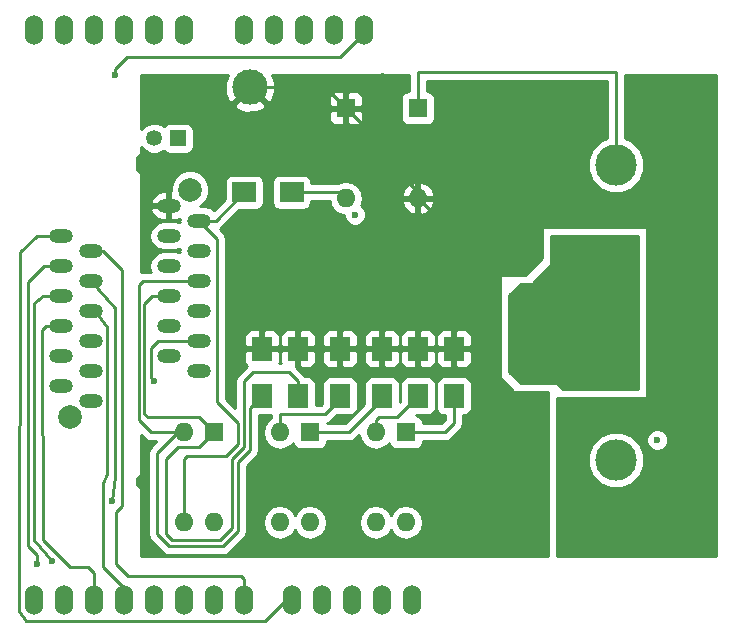
<source format=gbr>
G04 #@! TF.FileFunction,Copper,L2,Bot,Signal*
%FSLAX46Y46*%
G04 Gerber Fmt 4.6, Leading zero omitted, Abs format (unit mm)*
G04 Created by KiCad (PCBNEW 4.0.5) date 01/19/17 13:34:59*
%MOMM*%
%LPD*%
G01*
G04 APERTURE LIST*
%ADD10C,0.100000*%
%ADD11O,2.000000X1.200000*%
%ADD12C,2.000000*%
%ADD13O,1.524000X2.540000*%
%ADD14R,1.350000X1.350000*%
%ADD15C,1.350000*%
%ADD16C,3.000000*%
%ADD17R,1.600000X1.600000*%
%ADD18O,1.600000X1.600000*%
%ADD19R,2.000000X1.700000*%
%ADD20R,1.700000X2.000000*%
%ADD21C,3.500000*%
%ADD22C,0.600000*%
%ADD23C,0.250000*%
%ADD24C,0.254000*%
G04 APERTURE END LIST*
D10*
D11*
X159258000Y-97663000D03*
X161798000Y-98933000D03*
X159258000Y-100203000D03*
X161798000Y-101473000D03*
X159258000Y-102743000D03*
X161798000Y-104013000D03*
X159258000Y-105283000D03*
X161798000Y-106553000D03*
X159258000Y-107823000D03*
X161798000Y-109093000D03*
X159258000Y-110363000D03*
X161798000Y-111633000D03*
D12*
X161028000Y-96298000D03*
D13*
X147828000Y-82804000D03*
X150368000Y-82804000D03*
X152908000Y-82804000D03*
X160528000Y-82804000D03*
X157988000Y-82804000D03*
X155448000Y-82804000D03*
X165608000Y-82804000D03*
X168148000Y-82804000D03*
X170688000Y-82804000D03*
X175768000Y-82804000D03*
X147828000Y-131064000D03*
X150368000Y-131064000D03*
X152908000Y-131064000D03*
X155448000Y-131064000D03*
X157988000Y-131064000D03*
X160528000Y-131064000D03*
X163068000Y-131064000D03*
X165608000Y-131064000D03*
X169672000Y-131064000D03*
X172212000Y-131064000D03*
X174752000Y-131064000D03*
X177292000Y-131064000D03*
X179832000Y-131064000D03*
X173228000Y-82804000D03*
D14*
X160020000Y-91948000D03*
D15*
X158020000Y-91948000D03*
D16*
X166116000Y-87630000D03*
D17*
X171196000Y-116840000D03*
D18*
X168656000Y-124460000D03*
X168656000Y-116840000D03*
X171196000Y-124460000D03*
D17*
X180340000Y-89408000D03*
D18*
X180340000Y-97028000D03*
D17*
X163068000Y-116840000D03*
D18*
X160528000Y-124460000D03*
X160528000Y-116840000D03*
X163068000Y-124460000D03*
D17*
X179324000Y-116840000D03*
D18*
X176784000Y-124460000D03*
X176784000Y-116840000D03*
X179324000Y-124460000D03*
D17*
X174244000Y-89408000D03*
D18*
X174244000Y-97028000D03*
D19*
X165640000Y-96520000D03*
X169640000Y-96520000D03*
D20*
X180340000Y-113760000D03*
X180340000Y-109760000D03*
X177292000Y-113760000D03*
X177292000Y-109760000D03*
X173736000Y-113760000D03*
X173736000Y-109760000D03*
X170180000Y-113760000D03*
X170180000Y-109760000D03*
X167132000Y-113760000D03*
X167132000Y-109760000D03*
X183388000Y-113760000D03*
X183388000Y-109760000D03*
D11*
X152654000Y-114173000D03*
X150114000Y-112903000D03*
X152654000Y-111633000D03*
X150114000Y-110363000D03*
X152654000Y-109093000D03*
X150114000Y-107823000D03*
X152654000Y-106553000D03*
X150114000Y-105283000D03*
X152654000Y-104013000D03*
X150114000Y-102743000D03*
X152654000Y-101473000D03*
X150114000Y-100203000D03*
D12*
X150884000Y-115538000D03*
D21*
X197104000Y-94180000D03*
X197104000Y-119180000D03*
D22*
X175000000Y-98400000D03*
X186436000Y-115316000D03*
X170434000Y-93980000D03*
X193548000Y-114808000D03*
X200660000Y-110744000D03*
X200660000Y-108204000D03*
X200660000Y-105156000D03*
X200660000Y-102616000D03*
X171704000Y-100838000D03*
X175260000Y-100838000D03*
X183642000Y-104902000D03*
X179832000Y-104648000D03*
X168656000Y-100330000D03*
X192532000Y-111760000D03*
X191008000Y-108712000D03*
X157988000Y-112522000D03*
X200600000Y-117500000D03*
X154686000Y-86614000D03*
X149352000Y-127762000D03*
X154432000Y-122682000D03*
X148082000Y-128016000D03*
D23*
X184944000Y-109760000D02*
X183388000Y-109760000D01*
X185928000Y-110744000D02*
X184944000Y-109760000D01*
X185928000Y-114808000D02*
X185928000Y-110744000D01*
X186436000Y-115316000D02*
X185928000Y-114808000D01*
X183388000Y-109760000D02*
X183388000Y-108204000D01*
X183388000Y-108204000D02*
X179832000Y-104648000D01*
X170434000Y-93980000D02*
X176022000Y-93980000D01*
X176022000Y-93980000D02*
X179070000Y-97028000D01*
X179070000Y-97028000D02*
X180340000Y-97028000D01*
X200152000Y-114808000D02*
X200660000Y-113284000D01*
X193548000Y-114808000D02*
X200152000Y-114808000D01*
X200660000Y-113284000D02*
X200660000Y-110744000D01*
X200660000Y-113284000D02*
X200660000Y-110744000D01*
X200660000Y-110490000D02*
X200660000Y-108204000D01*
X200660000Y-110744000D02*
X200660000Y-110490000D01*
X200660000Y-107188000D02*
X200660000Y-105156000D01*
X200660000Y-108204000D02*
X200660000Y-107188000D01*
X200660000Y-102616000D02*
X200660000Y-105156000D01*
X182626000Y-99314000D02*
X180340000Y-97028000D01*
X199644000Y-99060000D02*
X182626000Y-99314000D01*
X200660000Y-99568000D02*
X199644000Y-99060000D01*
X200660000Y-101092000D02*
X200660000Y-99568000D01*
X200660000Y-102616000D02*
X200660000Y-101092000D01*
X171196000Y-100330000D02*
X168656000Y-100330000D01*
X171704000Y-100838000D02*
X171196000Y-100330000D01*
X175260000Y-100838000D02*
X179070000Y-97028000D01*
X179070000Y-97028000D02*
X180340000Y-97028000D01*
X183642000Y-104902000D02*
X183388000Y-104648000D01*
X183388000Y-104648000D02*
X179832000Y-104648000D01*
X180340000Y-109760000D02*
X183388000Y-109760000D01*
X177292000Y-109760000D02*
X180340000Y-109760000D01*
X173736000Y-109760000D02*
X177292000Y-109760000D01*
X170180000Y-109760000D02*
X173736000Y-109760000D01*
X167132000Y-109760000D02*
X170180000Y-109760000D01*
X180340000Y-104140000D02*
X180340000Y-97028000D01*
X179832000Y-104648000D02*
X180340000Y-104140000D01*
X180340000Y-97028000D02*
X180340000Y-98552000D01*
X180340000Y-98552000D02*
X178562000Y-100330000D01*
X178562000Y-100330000D02*
X168656000Y-100330000D01*
X159258000Y-97663000D02*
X159258000Y-94742000D01*
X159258000Y-94742000D02*
X159512000Y-94488000D01*
X159512000Y-94488000D02*
X167132000Y-94488000D01*
X167132000Y-94488000D02*
X167640000Y-94996000D01*
X167640000Y-94996000D02*
X167640000Y-99314000D01*
X167640000Y-99314000D02*
X168656000Y-100330000D01*
X180340000Y-97028000D02*
X180340000Y-96520000D01*
X180340000Y-96520000D02*
X177292000Y-93472000D01*
X177292000Y-93472000D02*
X177292000Y-92456000D01*
X177292000Y-92456000D02*
X174244000Y-89408000D01*
X166116000Y-87630000D02*
X172466000Y-87630000D01*
X172466000Y-87630000D02*
X174244000Y-89408000D01*
X192532000Y-110236000D02*
X192532000Y-111760000D01*
X191008000Y-108712000D02*
X192532000Y-110236000D01*
X161798000Y-98933000D02*
X163227000Y-98933000D01*
X163227000Y-98933000D02*
X165640000Y-96520000D01*
X160528000Y-124460000D02*
X160528000Y-119126000D01*
X163322000Y-100457000D02*
X161798000Y-98933000D01*
X163322000Y-114300000D02*
X163322000Y-100457000D01*
X165100000Y-116078000D02*
X163322000Y-114300000D01*
X165100000Y-117856000D02*
X165100000Y-116078000D01*
X164084000Y-118872000D02*
X165100000Y-117856000D01*
X160782000Y-118872000D02*
X164084000Y-118872000D01*
X160528000Y-119126000D02*
X160782000Y-118872000D01*
X160528000Y-116840000D02*
X160020000Y-116840000D01*
X160020000Y-116840000D02*
X158242000Y-118618000D01*
X166116000Y-114776000D02*
X167132000Y-113760000D01*
X166116000Y-118364000D02*
X166116000Y-114776000D01*
X165100000Y-119380000D02*
X166116000Y-118364000D01*
X165100000Y-125222000D02*
X165100000Y-119380000D01*
X163830000Y-126492000D02*
X165100000Y-125222000D01*
X159258000Y-126492000D02*
X163830000Y-126492000D01*
X158242000Y-125476000D02*
X159258000Y-126492000D01*
X158242000Y-118618000D02*
X158242000Y-125476000D01*
X161798000Y-104013000D02*
X157099000Y-104013000D01*
X157734000Y-116840000D02*
X160528000Y-116840000D01*
X156718000Y-115824000D02*
X157734000Y-116840000D01*
X156718000Y-104394000D02*
X156718000Y-115824000D01*
X157099000Y-104013000D02*
X156718000Y-104394000D01*
X163068000Y-116840000D02*
X162052000Y-117856000D01*
X170180000Y-112522000D02*
X170180000Y-113760000D01*
X169418000Y-111760000D02*
X170180000Y-112522000D01*
X166370000Y-111760000D02*
X169418000Y-111760000D01*
X165608000Y-112522000D02*
X166370000Y-111760000D01*
X165608000Y-118110000D02*
X165608000Y-112522000D01*
X164592000Y-119126000D02*
X165608000Y-118110000D01*
X164592000Y-124968000D02*
X164592000Y-119126000D01*
X163576000Y-125984000D02*
X164592000Y-124968000D01*
X159512000Y-125984000D02*
X163576000Y-125984000D01*
X159004000Y-125476000D02*
X159512000Y-125984000D01*
X159004000Y-119126000D02*
X159004000Y-125476000D01*
X160020000Y-118110000D02*
X159004000Y-119126000D01*
X161798000Y-118110000D02*
X160020000Y-118110000D01*
X162052000Y-117856000D02*
X161798000Y-118110000D01*
X163068000Y-116840000D02*
X162814000Y-116840000D01*
X170180000Y-112776000D02*
X170180000Y-113760000D01*
X159258000Y-105283000D02*
X157861000Y-105283000D01*
X161798000Y-115570000D02*
X163068000Y-116840000D01*
X157480000Y-115570000D02*
X161798000Y-115570000D01*
X157168002Y-115258002D02*
X157480000Y-115570000D01*
X157168002Y-105975998D02*
X157168002Y-115258002D01*
X157861000Y-105283000D02*
X157168002Y-105975998D01*
X168656000Y-116840000D02*
X168656000Y-115316000D01*
X172466000Y-115316000D02*
X173736000Y-114046000D01*
X168656000Y-115316000D02*
X172466000Y-115316000D01*
X173736000Y-114046000D02*
X173736000Y-113760000D01*
X171196000Y-116840000D02*
X174498000Y-116840000D01*
X174498000Y-116840000D02*
X177292000Y-114046000D01*
X177292000Y-114046000D02*
X177292000Y-113760000D01*
X176784000Y-116840000D02*
X176784000Y-115824000D01*
X178530000Y-115570000D02*
X180340000Y-113760000D01*
X177038000Y-115570000D02*
X178530000Y-115570000D01*
X176784000Y-115824000D02*
X177038000Y-115570000D01*
X161798000Y-109093000D02*
X158369000Y-109093000D01*
X157734000Y-112268000D02*
X157988000Y-112522000D01*
X157734000Y-109728000D02*
X157734000Y-112268000D01*
X158369000Y-109093000D02*
X157734000Y-109728000D01*
X179324000Y-116840000D02*
X182626000Y-116840000D01*
X183388000Y-116078000D02*
X183388000Y-113760000D01*
X182626000Y-116840000D02*
X183388000Y-116078000D01*
X169640000Y-96520000D02*
X173736000Y-96520000D01*
X173736000Y-96520000D02*
X174244000Y-97028000D01*
X180340000Y-89408000D02*
X180340000Y-86360000D01*
X197104000Y-86360000D02*
X197104000Y-94180000D01*
X180340000Y-86360000D02*
X197104000Y-86360000D01*
X175768000Y-82804000D02*
X175768000Y-83058000D01*
X175768000Y-83058000D02*
X173736000Y-85090000D01*
X173736000Y-85090000D02*
X155702000Y-85090000D01*
X155702000Y-85090000D02*
X154686000Y-86106000D01*
X154686000Y-86106000D02*
X154686000Y-86614000D01*
X152908000Y-131064000D02*
X152908000Y-128778000D01*
X148844000Y-107823000D02*
X150114000Y-107823000D01*
X148529247Y-108144527D02*
X148844000Y-107823000D01*
X148590000Y-125984000D02*
X148529247Y-108144527D01*
X150876000Y-128270000D02*
X148590000Y-125984000D01*
X152400000Y-128270000D02*
X150876000Y-128270000D01*
X152908000Y-128778000D02*
X152400000Y-128270000D01*
X152654000Y-106553000D02*
X153035000Y-106553000D01*
X153035000Y-106553000D02*
X154051000Y-107950000D01*
X153670000Y-128270000D02*
X155448000Y-130048000D01*
X153670000Y-121158000D02*
X153670000Y-128270000D01*
X154051000Y-120396000D02*
X153670000Y-121158000D01*
X154051000Y-107950000D02*
X154051000Y-120396000D01*
X155448000Y-130048000D02*
X155448000Y-131064000D01*
X152527000Y-106426000D02*
X152654000Y-106553000D01*
X155448000Y-131064000D02*
X155448000Y-131572000D01*
X150114000Y-105283000D02*
X148591380Y-105268180D01*
X147828000Y-125984000D02*
X149352000Y-127762000D01*
X147828000Y-105918000D02*
X147828000Y-125984000D01*
X148591380Y-105268180D02*
X147828000Y-105918000D01*
X154686000Y-106299000D02*
X152654000Y-104013000D01*
X154686000Y-120523000D02*
X154686000Y-106299000D01*
X154432000Y-122682000D02*
X154686000Y-120523000D01*
X150114000Y-102743000D02*
X148717000Y-102743000D01*
X148082000Y-127254000D02*
X148082000Y-128016000D01*
X147320000Y-126492000D02*
X148082000Y-127254000D01*
X147320000Y-104140000D02*
X147320000Y-126492000D01*
X148717000Y-102743000D02*
X147320000Y-104140000D01*
X165608000Y-131064000D02*
X165608000Y-129286000D01*
X153670000Y-101473000D02*
X152654000Y-101473000D01*
X155321000Y-103124000D02*
X153670000Y-101473000D01*
X155321000Y-123063000D02*
X155321000Y-103124000D01*
X154813000Y-123571000D02*
X155321000Y-123063000D01*
X154813000Y-128016000D02*
X154813000Y-123571000D01*
X155829000Y-129032000D02*
X154813000Y-128016000D01*
X165354000Y-129032000D02*
X155829000Y-129032000D01*
X165608000Y-129286000D02*
X165354000Y-129032000D01*
X165608000Y-131064000D02*
X165608000Y-129794000D01*
X169672000Y-131064000D02*
X169164000Y-131064000D01*
X169164000Y-131064000D02*
X167386000Y-132842000D01*
X148082000Y-100203000D02*
X150114000Y-100203000D01*
X146685000Y-101600000D02*
X148082000Y-100203000D01*
X146558000Y-131191000D02*
X146685000Y-101600000D01*
X146558000Y-131953000D02*
X146558000Y-131191000D01*
X147193000Y-132842000D02*
X146558000Y-131953000D01*
X167386000Y-132842000D02*
X147193000Y-132842000D01*
D24*
G36*
X199009000Y-113157000D02*
X192584606Y-113157000D01*
X192113803Y-112686197D01*
X192071789Y-112658334D01*
X192024000Y-112649000D01*
X189028606Y-112649000D01*
X188087000Y-111707394D01*
X188087000Y-105208606D01*
X189028606Y-104267000D01*
X189992000Y-104267000D01*
X190041410Y-104256994D01*
X190081803Y-104229803D01*
X191605803Y-102705803D01*
X191633666Y-102663789D01*
X191643000Y-102616000D01*
X191643000Y-100203000D01*
X199009000Y-100203000D01*
X199009000Y-113157000D01*
X199009000Y-113157000D01*
G37*
X199009000Y-113157000D02*
X192584606Y-113157000D01*
X192113803Y-112686197D01*
X192071789Y-112658334D01*
X192024000Y-112649000D01*
X189028606Y-112649000D01*
X188087000Y-111707394D01*
X188087000Y-105208606D01*
X189028606Y-104267000D01*
X189992000Y-104267000D01*
X190041410Y-104256994D01*
X190081803Y-104229803D01*
X191605803Y-102705803D01*
X191633666Y-102663789D01*
X191643000Y-102616000D01*
X191643000Y-100203000D01*
X199009000Y-100203000D01*
X199009000Y-113157000D01*
G36*
X177546000Y-86562000D02*
X179580000Y-86562000D01*
X179580000Y-87960560D01*
X179540000Y-87960560D01*
X179304683Y-88004838D01*
X179088559Y-88143910D01*
X178943569Y-88356110D01*
X178892560Y-88608000D01*
X178892560Y-90208000D01*
X178936838Y-90443317D01*
X179075910Y-90659441D01*
X179288110Y-90804431D01*
X179540000Y-90855440D01*
X181140000Y-90855440D01*
X181375317Y-90811162D01*
X181591441Y-90672090D01*
X181736431Y-90459890D01*
X181787440Y-90208000D01*
X181787440Y-88608000D01*
X181743162Y-88372683D01*
X181604090Y-88156559D01*
X181391890Y-88011569D01*
X181140000Y-87960560D01*
X181100000Y-87960560D01*
X181100000Y-87120000D01*
X196344000Y-87120000D01*
X196344000Y-91913452D01*
X195754771Y-92156916D01*
X195083274Y-92827242D01*
X194719415Y-93703513D01*
X194718587Y-94652325D01*
X195080916Y-95529229D01*
X195751242Y-96200726D01*
X196627513Y-96564585D01*
X197576325Y-96565413D01*
X198453229Y-96203084D01*
X199124726Y-95532758D01*
X199488585Y-94656487D01*
X199489413Y-93707675D01*
X199127084Y-92830771D01*
X198456758Y-92159274D01*
X197864000Y-91913140D01*
X197864000Y-86562000D01*
X205538000Y-86562000D01*
X205538000Y-127306000D01*
X192151000Y-127306000D01*
X192151000Y-119652325D01*
X194718587Y-119652325D01*
X195080916Y-120529229D01*
X195751242Y-121200726D01*
X196627513Y-121564585D01*
X197576325Y-121565413D01*
X198453229Y-121203084D01*
X199124726Y-120532758D01*
X199488585Y-119656487D01*
X199489413Y-118707675D01*
X199127084Y-117830771D01*
X198981734Y-117685167D01*
X199664838Y-117685167D01*
X199806883Y-118028943D01*
X200069673Y-118292192D01*
X200413201Y-118434838D01*
X200785167Y-118435162D01*
X201128943Y-118293117D01*
X201392192Y-118030327D01*
X201534838Y-117686799D01*
X201535162Y-117314833D01*
X201393117Y-116971057D01*
X201130327Y-116707808D01*
X200786799Y-116565162D01*
X200414833Y-116564838D01*
X200071057Y-116706883D01*
X199807808Y-116969673D01*
X199665162Y-117313201D01*
X199664838Y-117685167D01*
X198981734Y-117685167D01*
X198456758Y-117159274D01*
X197580487Y-116795415D01*
X196631675Y-116794587D01*
X195754771Y-117156916D01*
X195083274Y-117827242D01*
X194719415Y-118703513D01*
X194718587Y-119652325D01*
X192151000Y-119652325D01*
X192151000Y-113919000D01*
X199644000Y-113919000D01*
X199693410Y-113908994D01*
X199735035Y-113880553D01*
X199762315Y-113838159D01*
X199771000Y-113792000D01*
X199771000Y-99568000D01*
X199760994Y-99518590D01*
X199732553Y-99476965D01*
X199690159Y-99449685D01*
X199644000Y-99441000D01*
X191008000Y-99441000D01*
X190958590Y-99451006D01*
X190916965Y-99479447D01*
X190889685Y-99521841D01*
X190881000Y-99568000D01*
X190881000Y-102055394D01*
X189431394Y-103505000D01*
X187452000Y-103505000D01*
X187402590Y-103515006D01*
X187360965Y-103543447D01*
X187333685Y-103585841D01*
X187325000Y-103632000D01*
X187325000Y-112268000D01*
X187335006Y-112317410D01*
X187362197Y-112357803D01*
X188378197Y-113373803D01*
X188420211Y-113401666D01*
X188468000Y-113411000D01*
X191389000Y-113411000D01*
X191389000Y-127306000D01*
X156920000Y-127306000D01*
X156920000Y-121920000D01*
X156865954Y-121648295D01*
X156712046Y-121417954D01*
X156591000Y-121337074D01*
X156591000Y-120724926D01*
X156712046Y-120644046D01*
X156865954Y-120413705D01*
X156920000Y-120142000D01*
X156920000Y-117100802D01*
X157196599Y-117377401D01*
X157443161Y-117542148D01*
X157734000Y-117600000D01*
X158185198Y-117600000D01*
X157704599Y-118080599D01*
X157539852Y-118327161D01*
X157482000Y-118618000D01*
X157482000Y-125476000D01*
X157539852Y-125766839D01*
X157704599Y-126013401D01*
X158720599Y-127029401D01*
X158967161Y-127194148D01*
X159258000Y-127252000D01*
X163830000Y-127252000D01*
X164120839Y-127194148D01*
X164367401Y-127029401D01*
X165637401Y-125759401D01*
X165802148Y-125512840D01*
X165860000Y-125222000D01*
X165860000Y-124431887D01*
X167221000Y-124431887D01*
X167221000Y-124488113D01*
X167330233Y-125037264D01*
X167641302Y-125502811D01*
X168106849Y-125813880D01*
X168656000Y-125923113D01*
X169205151Y-125813880D01*
X169670698Y-125502811D01*
X169926000Y-125120725D01*
X170181302Y-125502811D01*
X170646849Y-125813880D01*
X171196000Y-125923113D01*
X171745151Y-125813880D01*
X172210698Y-125502811D01*
X172521767Y-125037264D01*
X172631000Y-124488113D01*
X172631000Y-124431887D01*
X175349000Y-124431887D01*
X175349000Y-124488113D01*
X175458233Y-125037264D01*
X175769302Y-125502811D01*
X176234849Y-125813880D01*
X176784000Y-125923113D01*
X177333151Y-125813880D01*
X177798698Y-125502811D01*
X178054000Y-125120725D01*
X178309302Y-125502811D01*
X178774849Y-125813880D01*
X179324000Y-125923113D01*
X179873151Y-125813880D01*
X180338698Y-125502811D01*
X180649767Y-125037264D01*
X180759000Y-124488113D01*
X180759000Y-124431887D01*
X180649767Y-123882736D01*
X180338698Y-123417189D01*
X179873151Y-123106120D01*
X179324000Y-122996887D01*
X178774849Y-123106120D01*
X178309302Y-123417189D01*
X178054000Y-123799275D01*
X177798698Y-123417189D01*
X177333151Y-123106120D01*
X176784000Y-122996887D01*
X176234849Y-123106120D01*
X175769302Y-123417189D01*
X175458233Y-123882736D01*
X175349000Y-124431887D01*
X172631000Y-124431887D01*
X172521767Y-123882736D01*
X172210698Y-123417189D01*
X171745151Y-123106120D01*
X171196000Y-122996887D01*
X170646849Y-123106120D01*
X170181302Y-123417189D01*
X169926000Y-123799275D01*
X169670698Y-123417189D01*
X169205151Y-123106120D01*
X168656000Y-122996887D01*
X168106849Y-123106120D01*
X167641302Y-123417189D01*
X167330233Y-123882736D01*
X167221000Y-124431887D01*
X165860000Y-124431887D01*
X165860000Y-119694802D01*
X166653401Y-118901401D01*
X166818148Y-118654839D01*
X166876000Y-118364000D01*
X166876000Y-115407440D01*
X167896000Y-115407440D01*
X167896000Y-115627005D01*
X167641302Y-115797189D01*
X167330233Y-116262736D01*
X167221000Y-116811887D01*
X167221000Y-116868113D01*
X167330233Y-117417264D01*
X167641302Y-117882811D01*
X168106849Y-118193880D01*
X168656000Y-118303113D01*
X169205151Y-118193880D01*
X169670698Y-117882811D01*
X169767101Y-117738535D01*
X169792838Y-117875317D01*
X169931910Y-118091441D01*
X170144110Y-118236431D01*
X170396000Y-118287440D01*
X171996000Y-118287440D01*
X172231317Y-118243162D01*
X172447441Y-118104090D01*
X172592431Y-117891890D01*
X172643440Y-117640000D01*
X172643440Y-117600000D01*
X174498000Y-117600000D01*
X174788839Y-117542148D01*
X175035401Y-117377401D01*
X175381467Y-117031335D01*
X175458233Y-117417264D01*
X175769302Y-117882811D01*
X176234849Y-118193880D01*
X176784000Y-118303113D01*
X177333151Y-118193880D01*
X177798698Y-117882811D01*
X177895101Y-117738535D01*
X177920838Y-117875317D01*
X178059910Y-118091441D01*
X178272110Y-118236431D01*
X178524000Y-118287440D01*
X180124000Y-118287440D01*
X180359317Y-118243162D01*
X180575441Y-118104090D01*
X180720431Y-117891890D01*
X180771440Y-117640000D01*
X180771440Y-117600000D01*
X182626000Y-117600000D01*
X182916839Y-117542148D01*
X183163401Y-117377401D01*
X183925401Y-116615401D01*
X184090148Y-116368839D01*
X184148000Y-116078000D01*
X184148000Y-115407440D01*
X184238000Y-115407440D01*
X184473317Y-115363162D01*
X184689441Y-115224090D01*
X184834431Y-115011890D01*
X184885440Y-114760000D01*
X184885440Y-112760000D01*
X184841162Y-112524683D01*
X184702090Y-112308559D01*
X184489890Y-112163569D01*
X184238000Y-112112560D01*
X182538000Y-112112560D01*
X182302683Y-112156838D01*
X182086559Y-112295910D01*
X181941569Y-112508110D01*
X181890560Y-112760000D01*
X181890560Y-114760000D01*
X181934838Y-114995317D01*
X182073910Y-115211441D01*
X182286110Y-115356431D01*
X182538000Y-115407440D01*
X182628000Y-115407440D01*
X182628000Y-115763198D01*
X182311198Y-116080000D01*
X180771440Y-116080000D01*
X180771440Y-116040000D01*
X180727162Y-115804683D01*
X180588090Y-115588559D01*
X180375890Y-115443569D01*
X180197480Y-115407440D01*
X181190000Y-115407440D01*
X181425317Y-115363162D01*
X181641441Y-115224090D01*
X181786431Y-115011890D01*
X181837440Y-114760000D01*
X181837440Y-112760000D01*
X181793162Y-112524683D01*
X181654090Y-112308559D01*
X181441890Y-112163569D01*
X181190000Y-112112560D01*
X179490000Y-112112560D01*
X179254683Y-112156838D01*
X179038559Y-112295910D01*
X178893569Y-112508110D01*
X178842560Y-112760000D01*
X178842560Y-114182638D01*
X178789440Y-114235758D01*
X178789440Y-112760000D01*
X178745162Y-112524683D01*
X178606090Y-112308559D01*
X178393890Y-112163569D01*
X178142000Y-112112560D01*
X176442000Y-112112560D01*
X176206683Y-112156838D01*
X175990559Y-112295910D01*
X175845569Y-112508110D01*
X175794560Y-112760000D01*
X175794560Y-114468638D01*
X174183198Y-116080000D01*
X172643440Y-116080000D01*
X172643440Y-116040705D01*
X172756839Y-116018148D01*
X173003401Y-115853401D01*
X173449362Y-115407440D01*
X174586000Y-115407440D01*
X174821317Y-115363162D01*
X175037441Y-115224090D01*
X175182431Y-115011890D01*
X175233440Y-114760000D01*
X175233440Y-112760000D01*
X175189162Y-112524683D01*
X175050090Y-112308559D01*
X174837890Y-112163569D01*
X174586000Y-112112560D01*
X172886000Y-112112560D01*
X172650683Y-112156838D01*
X172434559Y-112295910D01*
X172289569Y-112508110D01*
X172238560Y-112760000D01*
X172238560Y-114468638D01*
X172151198Y-114556000D01*
X171677440Y-114556000D01*
X171677440Y-112760000D01*
X171633162Y-112524683D01*
X171494090Y-112308559D01*
X171281890Y-112163569D01*
X171030000Y-112112560D01*
X170802902Y-112112560D01*
X170717401Y-111984599D01*
X170011026Y-111278224D01*
X170053000Y-111236250D01*
X170053000Y-109887000D01*
X170307000Y-109887000D01*
X170307000Y-111236250D01*
X170465750Y-111395000D01*
X171156310Y-111395000D01*
X171389699Y-111298327D01*
X171568327Y-111119698D01*
X171665000Y-110886309D01*
X171665000Y-110045750D01*
X172251000Y-110045750D01*
X172251000Y-110886309D01*
X172347673Y-111119698D01*
X172526301Y-111298327D01*
X172759690Y-111395000D01*
X173450250Y-111395000D01*
X173609000Y-111236250D01*
X173609000Y-109887000D01*
X173863000Y-109887000D01*
X173863000Y-111236250D01*
X174021750Y-111395000D01*
X174712310Y-111395000D01*
X174945699Y-111298327D01*
X175124327Y-111119698D01*
X175221000Y-110886309D01*
X175221000Y-110045750D01*
X175807000Y-110045750D01*
X175807000Y-110886309D01*
X175903673Y-111119698D01*
X176082301Y-111298327D01*
X176315690Y-111395000D01*
X177006250Y-111395000D01*
X177165000Y-111236250D01*
X177165000Y-109887000D01*
X177419000Y-109887000D01*
X177419000Y-111236250D01*
X177577750Y-111395000D01*
X178268310Y-111395000D01*
X178501699Y-111298327D01*
X178680327Y-111119698D01*
X178777000Y-110886309D01*
X178777000Y-110045750D01*
X178855000Y-110045750D01*
X178855000Y-110886309D01*
X178951673Y-111119698D01*
X179130301Y-111298327D01*
X179363690Y-111395000D01*
X180054250Y-111395000D01*
X180213000Y-111236250D01*
X180213000Y-109887000D01*
X180467000Y-109887000D01*
X180467000Y-111236250D01*
X180625750Y-111395000D01*
X181316310Y-111395000D01*
X181549699Y-111298327D01*
X181728327Y-111119698D01*
X181825000Y-110886309D01*
X181825000Y-110045750D01*
X181903000Y-110045750D01*
X181903000Y-110886309D01*
X181999673Y-111119698D01*
X182178301Y-111298327D01*
X182411690Y-111395000D01*
X183102250Y-111395000D01*
X183261000Y-111236250D01*
X183261000Y-109887000D01*
X183515000Y-109887000D01*
X183515000Y-111236250D01*
X183673750Y-111395000D01*
X184364310Y-111395000D01*
X184597699Y-111298327D01*
X184776327Y-111119698D01*
X184873000Y-110886309D01*
X184873000Y-110045750D01*
X184714250Y-109887000D01*
X183515000Y-109887000D01*
X183261000Y-109887000D01*
X182061750Y-109887000D01*
X181903000Y-110045750D01*
X181825000Y-110045750D01*
X181666250Y-109887000D01*
X180467000Y-109887000D01*
X180213000Y-109887000D01*
X179013750Y-109887000D01*
X178855000Y-110045750D01*
X178777000Y-110045750D01*
X178618250Y-109887000D01*
X177419000Y-109887000D01*
X177165000Y-109887000D01*
X175965750Y-109887000D01*
X175807000Y-110045750D01*
X175221000Y-110045750D01*
X175062250Y-109887000D01*
X173863000Y-109887000D01*
X173609000Y-109887000D01*
X172409750Y-109887000D01*
X172251000Y-110045750D01*
X171665000Y-110045750D01*
X171506250Y-109887000D01*
X170307000Y-109887000D01*
X170053000Y-109887000D01*
X168853750Y-109887000D01*
X168695000Y-110045750D01*
X168695000Y-110886309D01*
X168742092Y-111000000D01*
X168569908Y-111000000D01*
X168617000Y-110886309D01*
X168617000Y-110045750D01*
X168458250Y-109887000D01*
X167259000Y-109887000D01*
X167259000Y-109907000D01*
X167005000Y-109907000D01*
X167005000Y-109887000D01*
X165805750Y-109887000D01*
X165647000Y-110045750D01*
X165647000Y-110886309D01*
X165743673Y-111119698D01*
X165840976Y-111217002D01*
X165832599Y-111222599D01*
X165070599Y-111984599D01*
X164905852Y-112231161D01*
X164848000Y-112522000D01*
X164848000Y-114751198D01*
X164082000Y-113985198D01*
X164082000Y-108633691D01*
X165647000Y-108633691D01*
X165647000Y-109474250D01*
X165805750Y-109633000D01*
X167005000Y-109633000D01*
X167005000Y-108283750D01*
X167259000Y-108283750D01*
X167259000Y-109633000D01*
X168458250Y-109633000D01*
X168617000Y-109474250D01*
X168617000Y-108633691D01*
X168695000Y-108633691D01*
X168695000Y-109474250D01*
X168853750Y-109633000D01*
X170053000Y-109633000D01*
X170053000Y-108283750D01*
X170307000Y-108283750D01*
X170307000Y-109633000D01*
X171506250Y-109633000D01*
X171665000Y-109474250D01*
X171665000Y-108633691D01*
X172251000Y-108633691D01*
X172251000Y-109474250D01*
X172409750Y-109633000D01*
X173609000Y-109633000D01*
X173609000Y-108283750D01*
X173863000Y-108283750D01*
X173863000Y-109633000D01*
X175062250Y-109633000D01*
X175221000Y-109474250D01*
X175221000Y-108633691D01*
X175807000Y-108633691D01*
X175807000Y-109474250D01*
X175965750Y-109633000D01*
X177165000Y-109633000D01*
X177165000Y-108283750D01*
X177419000Y-108283750D01*
X177419000Y-109633000D01*
X178618250Y-109633000D01*
X178777000Y-109474250D01*
X178777000Y-108633691D01*
X178855000Y-108633691D01*
X178855000Y-109474250D01*
X179013750Y-109633000D01*
X180213000Y-109633000D01*
X180213000Y-108283750D01*
X180467000Y-108283750D01*
X180467000Y-109633000D01*
X181666250Y-109633000D01*
X181825000Y-109474250D01*
X181825000Y-108633691D01*
X181903000Y-108633691D01*
X181903000Y-109474250D01*
X182061750Y-109633000D01*
X183261000Y-109633000D01*
X183261000Y-108283750D01*
X183515000Y-108283750D01*
X183515000Y-109633000D01*
X184714250Y-109633000D01*
X184873000Y-109474250D01*
X184873000Y-108633691D01*
X184776327Y-108400302D01*
X184597699Y-108221673D01*
X184364310Y-108125000D01*
X183673750Y-108125000D01*
X183515000Y-108283750D01*
X183261000Y-108283750D01*
X183102250Y-108125000D01*
X182411690Y-108125000D01*
X182178301Y-108221673D01*
X181999673Y-108400302D01*
X181903000Y-108633691D01*
X181825000Y-108633691D01*
X181728327Y-108400302D01*
X181549699Y-108221673D01*
X181316310Y-108125000D01*
X180625750Y-108125000D01*
X180467000Y-108283750D01*
X180213000Y-108283750D01*
X180054250Y-108125000D01*
X179363690Y-108125000D01*
X179130301Y-108221673D01*
X178951673Y-108400302D01*
X178855000Y-108633691D01*
X178777000Y-108633691D01*
X178680327Y-108400302D01*
X178501699Y-108221673D01*
X178268310Y-108125000D01*
X177577750Y-108125000D01*
X177419000Y-108283750D01*
X177165000Y-108283750D01*
X177006250Y-108125000D01*
X176315690Y-108125000D01*
X176082301Y-108221673D01*
X175903673Y-108400302D01*
X175807000Y-108633691D01*
X175221000Y-108633691D01*
X175124327Y-108400302D01*
X174945699Y-108221673D01*
X174712310Y-108125000D01*
X174021750Y-108125000D01*
X173863000Y-108283750D01*
X173609000Y-108283750D01*
X173450250Y-108125000D01*
X172759690Y-108125000D01*
X172526301Y-108221673D01*
X172347673Y-108400302D01*
X172251000Y-108633691D01*
X171665000Y-108633691D01*
X171568327Y-108400302D01*
X171389699Y-108221673D01*
X171156310Y-108125000D01*
X170465750Y-108125000D01*
X170307000Y-108283750D01*
X170053000Y-108283750D01*
X169894250Y-108125000D01*
X169203690Y-108125000D01*
X168970301Y-108221673D01*
X168791673Y-108400302D01*
X168695000Y-108633691D01*
X168617000Y-108633691D01*
X168520327Y-108400302D01*
X168341699Y-108221673D01*
X168108310Y-108125000D01*
X167417750Y-108125000D01*
X167259000Y-108283750D01*
X167005000Y-108283750D01*
X166846250Y-108125000D01*
X166155690Y-108125000D01*
X165922301Y-108221673D01*
X165743673Y-108400302D01*
X165647000Y-108633691D01*
X164082000Y-108633691D01*
X164082000Y-100457000D01*
X164024148Y-100166161D01*
X164024148Y-100166160D01*
X163859401Y-99919599D01*
X163552075Y-99612273D01*
X163764401Y-99470401D01*
X165217362Y-98017440D01*
X166640000Y-98017440D01*
X166875317Y-97973162D01*
X167091441Y-97834090D01*
X167236431Y-97621890D01*
X167287440Y-97370000D01*
X167287440Y-95670000D01*
X167992560Y-95670000D01*
X167992560Y-97370000D01*
X168036838Y-97605317D01*
X168175910Y-97821441D01*
X168388110Y-97966431D01*
X168640000Y-98017440D01*
X170640000Y-98017440D01*
X170875317Y-97973162D01*
X171091441Y-97834090D01*
X171236431Y-97621890D01*
X171287440Y-97370000D01*
X171287440Y-97280000D01*
X172853534Y-97280000D01*
X172918233Y-97605264D01*
X173229302Y-98070811D01*
X173694849Y-98381880D01*
X174064951Y-98455498D01*
X174064838Y-98585167D01*
X174206883Y-98928943D01*
X174469673Y-99192192D01*
X174813201Y-99334838D01*
X175185167Y-99335162D01*
X175528943Y-99193117D01*
X175792192Y-98930327D01*
X175934838Y-98586799D01*
X175935162Y-98214833D01*
X175793117Y-97871057D01*
X175552935Y-97630455D01*
X175569767Y-97605264D01*
X175615163Y-97377041D01*
X178948086Y-97377041D01*
X179187611Y-97883134D01*
X179602577Y-98259041D01*
X179990961Y-98419904D01*
X180213000Y-98297915D01*
X180213000Y-97155000D01*
X180467000Y-97155000D01*
X180467000Y-98297915D01*
X180689039Y-98419904D01*
X181077423Y-98259041D01*
X181492389Y-97883134D01*
X181731914Y-97377041D01*
X181610629Y-97155000D01*
X180467000Y-97155000D01*
X180213000Y-97155000D01*
X179069371Y-97155000D01*
X178948086Y-97377041D01*
X175615163Y-97377041D01*
X175679000Y-97056113D01*
X175679000Y-96999887D01*
X175615164Y-96678959D01*
X178948086Y-96678959D01*
X179069371Y-96901000D01*
X180213000Y-96901000D01*
X180213000Y-95758085D01*
X180467000Y-95758085D01*
X180467000Y-96901000D01*
X181610629Y-96901000D01*
X181731914Y-96678959D01*
X181492389Y-96172866D01*
X181077423Y-95796959D01*
X180689039Y-95636096D01*
X180467000Y-95758085D01*
X180213000Y-95758085D01*
X179990961Y-95636096D01*
X179602577Y-95796959D01*
X179187611Y-96172866D01*
X178948086Y-96678959D01*
X175615164Y-96678959D01*
X175569767Y-96450736D01*
X175258698Y-95985189D01*
X174793151Y-95674120D01*
X174244000Y-95564887D01*
X173694849Y-95674120D01*
X173566321Y-95760000D01*
X171287440Y-95760000D01*
X171287440Y-95670000D01*
X171243162Y-95434683D01*
X171104090Y-95218559D01*
X170891890Y-95073569D01*
X170640000Y-95022560D01*
X168640000Y-95022560D01*
X168404683Y-95066838D01*
X168188559Y-95205910D01*
X168043569Y-95418110D01*
X167992560Y-95670000D01*
X167287440Y-95670000D01*
X167243162Y-95434683D01*
X167104090Y-95218559D01*
X166891890Y-95073569D01*
X166640000Y-95022560D01*
X164640000Y-95022560D01*
X164404683Y-95066838D01*
X164188559Y-95205910D01*
X164043569Y-95418110D01*
X163992560Y-95670000D01*
X163992560Y-97092638D01*
X163056651Y-98028547D01*
X162702646Y-97792009D01*
X162230032Y-97698000D01*
X161921224Y-97698000D01*
X161952943Y-97684894D01*
X162413278Y-97225363D01*
X162662716Y-96624648D01*
X162663284Y-95974205D01*
X162414894Y-95373057D01*
X161955363Y-94912722D01*
X161354648Y-94663284D01*
X160704205Y-94662716D01*
X160103057Y-94911106D01*
X159642722Y-95370637D01*
X159393284Y-95971352D01*
X159392885Y-96428000D01*
X159385000Y-96428000D01*
X159385000Y-97536000D01*
X159405000Y-97536000D01*
X159405000Y-97790000D01*
X159385000Y-97790000D01*
X159385000Y-98898000D01*
X159785000Y-98898000D01*
X160160967Y-98782184D01*
X160130968Y-98933000D01*
X160156382Y-99060763D01*
X159690032Y-98968000D01*
X158825968Y-98968000D01*
X158353354Y-99062009D01*
X157952691Y-99329723D01*
X157684977Y-99730386D01*
X157590968Y-100203000D01*
X157684977Y-100675614D01*
X157952691Y-101076277D01*
X158353354Y-101343991D01*
X158825968Y-101438000D01*
X159690032Y-101438000D01*
X160156382Y-101345237D01*
X160130968Y-101473000D01*
X160156382Y-101600763D01*
X159690032Y-101508000D01*
X158825968Y-101508000D01*
X158353354Y-101602009D01*
X157952691Y-101869723D01*
X157684977Y-102270386D01*
X157590968Y-102743000D01*
X157684977Y-103215614D01*
X157709957Y-103253000D01*
X157099000Y-103253000D01*
X156920000Y-103288606D01*
X156920000Y-97980609D01*
X157664538Y-97980609D01*
X157668408Y-98018281D01*
X157894920Y-98446474D01*
X158268053Y-98755390D01*
X158731000Y-98898000D01*
X159131000Y-98898000D01*
X159131000Y-97790000D01*
X157789269Y-97790000D01*
X157664538Y-97980609D01*
X156920000Y-97980609D01*
X156920000Y-97345391D01*
X157664538Y-97345391D01*
X157789269Y-97536000D01*
X159131000Y-97536000D01*
X159131000Y-96428000D01*
X158731000Y-96428000D01*
X158268053Y-96570610D01*
X157894920Y-96879526D01*
X157668408Y-97307719D01*
X157664538Y-97345391D01*
X156920000Y-97345391D01*
X156920000Y-95250000D01*
X156865954Y-94978295D01*
X156712046Y-94747954D01*
X156591000Y-94667074D01*
X156591000Y-93546926D01*
X156712046Y-93466046D01*
X156865954Y-93235705D01*
X156920000Y-92964000D01*
X156920000Y-92700317D01*
X157276976Y-93057916D01*
X157758282Y-93257772D01*
X158279432Y-93258226D01*
X158761086Y-93059211D01*
X158828077Y-92992337D01*
X158880910Y-93074441D01*
X159093110Y-93219431D01*
X159345000Y-93270440D01*
X160695000Y-93270440D01*
X160930317Y-93226162D01*
X161146441Y-93087090D01*
X161291431Y-92874890D01*
X161342440Y-92623000D01*
X161342440Y-91273000D01*
X161298162Y-91037683D01*
X161159090Y-90821559D01*
X160946890Y-90676569D01*
X160695000Y-90625560D01*
X159345000Y-90625560D01*
X159109683Y-90669838D01*
X158893559Y-90808910D01*
X158828684Y-90903858D01*
X158763024Y-90838084D01*
X158281718Y-90638228D01*
X157760568Y-90637774D01*
X157278914Y-90836789D01*
X156920000Y-91195077D01*
X156920000Y-89143970D01*
X164781635Y-89143970D01*
X164941418Y-89462739D01*
X165732187Y-89772723D01*
X166581387Y-89756497D01*
X166732871Y-89693750D01*
X172809000Y-89693750D01*
X172809000Y-90334309D01*
X172905673Y-90567698D01*
X173084301Y-90746327D01*
X173317690Y-90843000D01*
X173958250Y-90843000D01*
X174117000Y-90684250D01*
X174117000Y-89535000D01*
X174371000Y-89535000D01*
X174371000Y-90684250D01*
X174529750Y-90843000D01*
X175170310Y-90843000D01*
X175403699Y-90746327D01*
X175582327Y-90567698D01*
X175679000Y-90334309D01*
X175679000Y-89693750D01*
X175520250Y-89535000D01*
X174371000Y-89535000D01*
X174117000Y-89535000D01*
X172967750Y-89535000D01*
X172809000Y-89693750D01*
X166732871Y-89693750D01*
X167290582Y-89462739D01*
X167450365Y-89143970D01*
X166116000Y-87809605D01*
X164781635Y-89143970D01*
X156920000Y-89143970D01*
X156920000Y-86562000D01*
X164241481Y-86562000D01*
X163973277Y-87246187D01*
X163989503Y-88095387D01*
X164283261Y-88804582D01*
X164602030Y-88964365D01*
X165936395Y-87630000D01*
X165922253Y-87615858D01*
X166101858Y-87436253D01*
X166116000Y-87450395D01*
X166130143Y-87436253D01*
X166309748Y-87615858D01*
X166295605Y-87630000D01*
X167629970Y-88964365D01*
X167948739Y-88804582D01*
X168075313Y-88481691D01*
X172809000Y-88481691D01*
X172809000Y-89122250D01*
X172967750Y-89281000D01*
X174117000Y-89281000D01*
X174117000Y-88131750D01*
X174371000Y-88131750D01*
X174371000Y-89281000D01*
X175520250Y-89281000D01*
X175679000Y-89122250D01*
X175679000Y-88481691D01*
X175582327Y-88248302D01*
X175403699Y-88069673D01*
X175170310Y-87973000D01*
X174529750Y-87973000D01*
X174371000Y-88131750D01*
X174117000Y-88131750D01*
X173958250Y-87973000D01*
X173317690Y-87973000D01*
X173084301Y-88069673D01*
X172905673Y-88248302D01*
X172809000Y-88481691D01*
X168075313Y-88481691D01*
X168258723Y-88013813D01*
X168242497Y-87164613D01*
X167992887Y-86562000D01*
X177038000Y-86562000D01*
X177292000Y-86511476D01*
X177546000Y-86562000D01*
X177546000Y-86562000D01*
G37*
X177546000Y-86562000D02*
X179580000Y-86562000D01*
X179580000Y-87960560D01*
X179540000Y-87960560D01*
X179304683Y-88004838D01*
X179088559Y-88143910D01*
X178943569Y-88356110D01*
X178892560Y-88608000D01*
X178892560Y-90208000D01*
X178936838Y-90443317D01*
X179075910Y-90659441D01*
X179288110Y-90804431D01*
X179540000Y-90855440D01*
X181140000Y-90855440D01*
X181375317Y-90811162D01*
X181591441Y-90672090D01*
X181736431Y-90459890D01*
X181787440Y-90208000D01*
X181787440Y-88608000D01*
X181743162Y-88372683D01*
X181604090Y-88156559D01*
X181391890Y-88011569D01*
X181140000Y-87960560D01*
X181100000Y-87960560D01*
X181100000Y-87120000D01*
X196344000Y-87120000D01*
X196344000Y-91913452D01*
X195754771Y-92156916D01*
X195083274Y-92827242D01*
X194719415Y-93703513D01*
X194718587Y-94652325D01*
X195080916Y-95529229D01*
X195751242Y-96200726D01*
X196627513Y-96564585D01*
X197576325Y-96565413D01*
X198453229Y-96203084D01*
X199124726Y-95532758D01*
X199488585Y-94656487D01*
X199489413Y-93707675D01*
X199127084Y-92830771D01*
X198456758Y-92159274D01*
X197864000Y-91913140D01*
X197864000Y-86562000D01*
X205538000Y-86562000D01*
X205538000Y-127306000D01*
X192151000Y-127306000D01*
X192151000Y-119652325D01*
X194718587Y-119652325D01*
X195080916Y-120529229D01*
X195751242Y-121200726D01*
X196627513Y-121564585D01*
X197576325Y-121565413D01*
X198453229Y-121203084D01*
X199124726Y-120532758D01*
X199488585Y-119656487D01*
X199489413Y-118707675D01*
X199127084Y-117830771D01*
X198981734Y-117685167D01*
X199664838Y-117685167D01*
X199806883Y-118028943D01*
X200069673Y-118292192D01*
X200413201Y-118434838D01*
X200785167Y-118435162D01*
X201128943Y-118293117D01*
X201392192Y-118030327D01*
X201534838Y-117686799D01*
X201535162Y-117314833D01*
X201393117Y-116971057D01*
X201130327Y-116707808D01*
X200786799Y-116565162D01*
X200414833Y-116564838D01*
X200071057Y-116706883D01*
X199807808Y-116969673D01*
X199665162Y-117313201D01*
X199664838Y-117685167D01*
X198981734Y-117685167D01*
X198456758Y-117159274D01*
X197580487Y-116795415D01*
X196631675Y-116794587D01*
X195754771Y-117156916D01*
X195083274Y-117827242D01*
X194719415Y-118703513D01*
X194718587Y-119652325D01*
X192151000Y-119652325D01*
X192151000Y-113919000D01*
X199644000Y-113919000D01*
X199693410Y-113908994D01*
X199735035Y-113880553D01*
X199762315Y-113838159D01*
X199771000Y-113792000D01*
X199771000Y-99568000D01*
X199760994Y-99518590D01*
X199732553Y-99476965D01*
X199690159Y-99449685D01*
X199644000Y-99441000D01*
X191008000Y-99441000D01*
X190958590Y-99451006D01*
X190916965Y-99479447D01*
X190889685Y-99521841D01*
X190881000Y-99568000D01*
X190881000Y-102055394D01*
X189431394Y-103505000D01*
X187452000Y-103505000D01*
X187402590Y-103515006D01*
X187360965Y-103543447D01*
X187333685Y-103585841D01*
X187325000Y-103632000D01*
X187325000Y-112268000D01*
X187335006Y-112317410D01*
X187362197Y-112357803D01*
X188378197Y-113373803D01*
X188420211Y-113401666D01*
X188468000Y-113411000D01*
X191389000Y-113411000D01*
X191389000Y-127306000D01*
X156920000Y-127306000D01*
X156920000Y-121920000D01*
X156865954Y-121648295D01*
X156712046Y-121417954D01*
X156591000Y-121337074D01*
X156591000Y-120724926D01*
X156712046Y-120644046D01*
X156865954Y-120413705D01*
X156920000Y-120142000D01*
X156920000Y-117100802D01*
X157196599Y-117377401D01*
X157443161Y-117542148D01*
X157734000Y-117600000D01*
X158185198Y-117600000D01*
X157704599Y-118080599D01*
X157539852Y-118327161D01*
X157482000Y-118618000D01*
X157482000Y-125476000D01*
X157539852Y-125766839D01*
X157704599Y-126013401D01*
X158720599Y-127029401D01*
X158967161Y-127194148D01*
X159258000Y-127252000D01*
X163830000Y-127252000D01*
X164120839Y-127194148D01*
X164367401Y-127029401D01*
X165637401Y-125759401D01*
X165802148Y-125512840D01*
X165860000Y-125222000D01*
X165860000Y-124431887D01*
X167221000Y-124431887D01*
X167221000Y-124488113D01*
X167330233Y-125037264D01*
X167641302Y-125502811D01*
X168106849Y-125813880D01*
X168656000Y-125923113D01*
X169205151Y-125813880D01*
X169670698Y-125502811D01*
X169926000Y-125120725D01*
X170181302Y-125502811D01*
X170646849Y-125813880D01*
X171196000Y-125923113D01*
X171745151Y-125813880D01*
X172210698Y-125502811D01*
X172521767Y-125037264D01*
X172631000Y-124488113D01*
X172631000Y-124431887D01*
X175349000Y-124431887D01*
X175349000Y-124488113D01*
X175458233Y-125037264D01*
X175769302Y-125502811D01*
X176234849Y-125813880D01*
X176784000Y-125923113D01*
X177333151Y-125813880D01*
X177798698Y-125502811D01*
X178054000Y-125120725D01*
X178309302Y-125502811D01*
X178774849Y-125813880D01*
X179324000Y-125923113D01*
X179873151Y-125813880D01*
X180338698Y-125502811D01*
X180649767Y-125037264D01*
X180759000Y-124488113D01*
X180759000Y-124431887D01*
X180649767Y-123882736D01*
X180338698Y-123417189D01*
X179873151Y-123106120D01*
X179324000Y-122996887D01*
X178774849Y-123106120D01*
X178309302Y-123417189D01*
X178054000Y-123799275D01*
X177798698Y-123417189D01*
X177333151Y-123106120D01*
X176784000Y-122996887D01*
X176234849Y-123106120D01*
X175769302Y-123417189D01*
X175458233Y-123882736D01*
X175349000Y-124431887D01*
X172631000Y-124431887D01*
X172521767Y-123882736D01*
X172210698Y-123417189D01*
X171745151Y-123106120D01*
X171196000Y-122996887D01*
X170646849Y-123106120D01*
X170181302Y-123417189D01*
X169926000Y-123799275D01*
X169670698Y-123417189D01*
X169205151Y-123106120D01*
X168656000Y-122996887D01*
X168106849Y-123106120D01*
X167641302Y-123417189D01*
X167330233Y-123882736D01*
X167221000Y-124431887D01*
X165860000Y-124431887D01*
X165860000Y-119694802D01*
X166653401Y-118901401D01*
X166818148Y-118654839D01*
X166876000Y-118364000D01*
X166876000Y-115407440D01*
X167896000Y-115407440D01*
X167896000Y-115627005D01*
X167641302Y-115797189D01*
X167330233Y-116262736D01*
X167221000Y-116811887D01*
X167221000Y-116868113D01*
X167330233Y-117417264D01*
X167641302Y-117882811D01*
X168106849Y-118193880D01*
X168656000Y-118303113D01*
X169205151Y-118193880D01*
X169670698Y-117882811D01*
X169767101Y-117738535D01*
X169792838Y-117875317D01*
X169931910Y-118091441D01*
X170144110Y-118236431D01*
X170396000Y-118287440D01*
X171996000Y-118287440D01*
X172231317Y-118243162D01*
X172447441Y-118104090D01*
X172592431Y-117891890D01*
X172643440Y-117640000D01*
X172643440Y-117600000D01*
X174498000Y-117600000D01*
X174788839Y-117542148D01*
X175035401Y-117377401D01*
X175381467Y-117031335D01*
X175458233Y-117417264D01*
X175769302Y-117882811D01*
X176234849Y-118193880D01*
X176784000Y-118303113D01*
X177333151Y-118193880D01*
X177798698Y-117882811D01*
X177895101Y-117738535D01*
X177920838Y-117875317D01*
X178059910Y-118091441D01*
X178272110Y-118236431D01*
X178524000Y-118287440D01*
X180124000Y-118287440D01*
X180359317Y-118243162D01*
X180575441Y-118104090D01*
X180720431Y-117891890D01*
X180771440Y-117640000D01*
X180771440Y-117600000D01*
X182626000Y-117600000D01*
X182916839Y-117542148D01*
X183163401Y-117377401D01*
X183925401Y-116615401D01*
X184090148Y-116368839D01*
X184148000Y-116078000D01*
X184148000Y-115407440D01*
X184238000Y-115407440D01*
X184473317Y-115363162D01*
X184689441Y-115224090D01*
X184834431Y-115011890D01*
X184885440Y-114760000D01*
X184885440Y-112760000D01*
X184841162Y-112524683D01*
X184702090Y-112308559D01*
X184489890Y-112163569D01*
X184238000Y-112112560D01*
X182538000Y-112112560D01*
X182302683Y-112156838D01*
X182086559Y-112295910D01*
X181941569Y-112508110D01*
X181890560Y-112760000D01*
X181890560Y-114760000D01*
X181934838Y-114995317D01*
X182073910Y-115211441D01*
X182286110Y-115356431D01*
X182538000Y-115407440D01*
X182628000Y-115407440D01*
X182628000Y-115763198D01*
X182311198Y-116080000D01*
X180771440Y-116080000D01*
X180771440Y-116040000D01*
X180727162Y-115804683D01*
X180588090Y-115588559D01*
X180375890Y-115443569D01*
X180197480Y-115407440D01*
X181190000Y-115407440D01*
X181425317Y-115363162D01*
X181641441Y-115224090D01*
X181786431Y-115011890D01*
X181837440Y-114760000D01*
X181837440Y-112760000D01*
X181793162Y-112524683D01*
X181654090Y-112308559D01*
X181441890Y-112163569D01*
X181190000Y-112112560D01*
X179490000Y-112112560D01*
X179254683Y-112156838D01*
X179038559Y-112295910D01*
X178893569Y-112508110D01*
X178842560Y-112760000D01*
X178842560Y-114182638D01*
X178789440Y-114235758D01*
X178789440Y-112760000D01*
X178745162Y-112524683D01*
X178606090Y-112308559D01*
X178393890Y-112163569D01*
X178142000Y-112112560D01*
X176442000Y-112112560D01*
X176206683Y-112156838D01*
X175990559Y-112295910D01*
X175845569Y-112508110D01*
X175794560Y-112760000D01*
X175794560Y-114468638D01*
X174183198Y-116080000D01*
X172643440Y-116080000D01*
X172643440Y-116040705D01*
X172756839Y-116018148D01*
X173003401Y-115853401D01*
X173449362Y-115407440D01*
X174586000Y-115407440D01*
X174821317Y-115363162D01*
X175037441Y-115224090D01*
X175182431Y-115011890D01*
X175233440Y-114760000D01*
X175233440Y-112760000D01*
X175189162Y-112524683D01*
X175050090Y-112308559D01*
X174837890Y-112163569D01*
X174586000Y-112112560D01*
X172886000Y-112112560D01*
X172650683Y-112156838D01*
X172434559Y-112295910D01*
X172289569Y-112508110D01*
X172238560Y-112760000D01*
X172238560Y-114468638D01*
X172151198Y-114556000D01*
X171677440Y-114556000D01*
X171677440Y-112760000D01*
X171633162Y-112524683D01*
X171494090Y-112308559D01*
X171281890Y-112163569D01*
X171030000Y-112112560D01*
X170802902Y-112112560D01*
X170717401Y-111984599D01*
X170011026Y-111278224D01*
X170053000Y-111236250D01*
X170053000Y-109887000D01*
X170307000Y-109887000D01*
X170307000Y-111236250D01*
X170465750Y-111395000D01*
X171156310Y-111395000D01*
X171389699Y-111298327D01*
X171568327Y-111119698D01*
X171665000Y-110886309D01*
X171665000Y-110045750D01*
X172251000Y-110045750D01*
X172251000Y-110886309D01*
X172347673Y-111119698D01*
X172526301Y-111298327D01*
X172759690Y-111395000D01*
X173450250Y-111395000D01*
X173609000Y-111236250D01*
X173609000Y-109887000D01*
X173863000Y-109887000D01*
X173863000Y-111236250D01*
X174021750Y-111395000D01*
X174712310Y-111395000D01*
X174945699Y-111298327D01*
X175124327Y-111119698D01*
X175221000Y-110886309D01*
X175221000Y-110045750D01*
X175807000Y-110045750D01*
X175807000Y-110886309D01*
X175903673Y-111119698D01*
X176082301Y-111298327D01*
X176315690Y-111395000D01*
X177006250Y-111395000D01*
X177165000Y-111236250D01*
X177165000Y-109887000D01*
X177419000Y-109887000D01*
X177419000Y-111236250D01*
X177577750Y-111395000D01*
X178268310Y-111395000D01*
X178501699Y-111298327D01*
X178680327Y-111119698D01*
X178777000Y-110886309D01*
X178777000Y-110045750D01*
X178855000Y-110045750D01*
X178855000Y-110886309D01*
X178951673Y-111119698D01*
X179130301Y-111298327D01*
X179363690Y-111395000D01*
X180054250Y-111395000D01*
X180213000Y-111236250D01*
X180213000Y-109887000D01*
X180467000Y-109887000D01*
X180467000Y-111236250D01*
X180625750Y-111395000D01*
X181316310Y-111395000D01*
X181549699Y-111298327D01*
X181728327Y-111119698D01*
X181825000Y-110886309D01*
X181825000Y-110045750D01*
X181903000Y-110045750D01*
X181903000Y-110886309D01*
X181999673Y-111119698D01*
X182178301Y-111298327D01*
X182411690Y-111395000D01*
X183102250Y-111395000D01*
X183261000Y-111236250D01*
X183261000Y-109887000D01*
X183515000Y-109887000D01*
X183515000Y-111236250D01*
X183673750Y-111395000D01*
X184364310Y-111395000D01*
X184597699Y-111298327D01*
X184776327Y-111119698D01*
X184873000Y-110886309D01*
X184873000Y-110045750D01*
X184714250Y-109887000D01*
X183515000Y-109887000D01*
X183261000Y-109887000D01*
X182061750Y-109887000D01*
X181903000Y-110045750D01*
X181825000Y-110045750D01*
X181666250Y-109887000D01*
X180467000Y-109887000D01*
X180213000Y-109887000D01*
X179013750Y-109887000D01*
X178855000Y-110045750D01*
X178777000Y-110045750D01*
X178618250Y-109887000D01*
X177419000Y-109887000D01*
X177165000Y-109887000D01*
X175965750Y-109887000D01*
X175807000Y-110045750D01*
X175221000Y-110045750D01*
X175062250Y-109887000D01*
X173863000Y-109887000D01*
X173609000Y-109887000D01*
X172409750Y-109887000D01*
X172251000Y-110045750D01*
X171665000Y-110045750D01*
X171506250Y-109887000D01*
X170307000Y-109887000D01*
X170053000Y-109887000D01*
X168853750Y-109887000D01*
X168695000Y-110045750D01*
X168695000Y-110886309D01*
X168742092Y-111000000D01*
X168569908Y-111000000D01*
X168617000Y-110886309D01*
X168617000Y-110045750D01*
X168458250Y-109887000D01*
X167259000Y-109887000D01*
X167259000Y-109907000D01*
X167005000Y-109907000D01*
X167005000Y-109887000D01*
X165805750Y-109887000D01*
X165647000Y-110045750D01*
X165647000Y-110886309D01*
X165743673Y-111119698D01*
X165840976Y-111217002D01*
X165832599Y-111222599D01*
X165070599Y-111984599D01*
X164905852Y-112231161D01*
X164848000Y-112522000D01*
X164848000Y-114751198D01*
X164082000Y-113985198D01*
X164082000Y-108633691D01*
X165647000Y-108633691D01*
X165647000Y-109474250D01*
X165805750Y-109633000D01*
X167005000Y-109633000D01*
X167005000Y-108283750D01*
X167259000Y-108283750D01*
X167259000Y-109633000D01*
X168458250Y-109633000D01*
X168617000Y-109474250D01*
X168617000Y-108633691D01*
X168695000Y-108633691D01*
X168695000Y-109474250D01*
X168853750Y-109633000D01*
X170053000Y-109633000D01*
X170053000Y-108283750D01*
X170307000Y-108283750D01*
X170307000Y-109633000D01*
X171506250Y-109633000D01*
X171665000Y-109474250D01*
X171665000Y-108633691D01*
X172251000Y-108633691D01*
X172251000Y-109474250D01*
X172409750Y-109633000D01*
X173609000Y-109633000D01*
X173609000Y-108283750D01*
X173863000Y-108283750D01*
X173863000Y-109633000D01*
X175062250Y-109633000D01*
X175221000Y-109474250D01*
X175221000Y-108633691D01*
X175807000Y-108633691D01*
X175807000Y-109474250D01*
X175965750Y-109633000D01*
X177165000Y-109633000D01*
X177165000Y-108283750D01*
X177419000Y-108283750D01*
X177419000Y-109633000D01*
X178618250Y-109633000D01*
X178777000Y-109474250D01*
X178777000Y-108633691D01*
X178855000Y-108633691D01*
X178855000Y-109474250D01*
X179013750Y-109633000D01*
X180213000Y-109633000D01*
X180213000Y-108283750D01*
X180467000Y-108283750D01*
X180467000Y-109633000D01*
X181666250Y-109633000D01*
X181825000Y-109474250D01*
X181825000Y-108633691D01*
X181903000Y-108633691D01*
X181903000Y-109474250D01*
X182061750Y-109633000D01*
X183261000Y-109633000D01*
X183261000Y-108283750D01*
X183515000Y-108283750D01*
X183515000Y-109633000D01*
X184714250Y-109633000D01*
X184873000Y-109474250D01*
X184873000Y-108633691D01*
X184776327Y-108400302D01*
X184597699Y-108221673D01*
X184364310Y-108125000D01*
X183673750Y-108125000D01*
X183515000Y-108283750D01*
X183261000Y-108283750D01*
X183102250Y-108125000D01*
X182411690Y-108125000D01*
X182178301Y-108221673D01*
X181999673Y-108400302D01*
X181903000Y-108633691D01*
X181825000Y-108633691D01*
X181728327Y-108400302D01*
X181549699Y-108221673D01*
X181316310Y-108125000D01*
X180625750Y-108125000D01*
X180467000Y-108283750D01*
X180213000Y-108283750D01*
X180054250Y-108125000D01*
X179363690Y-108125000D01*
X179130301Y-108221673D01*
X178951673Y-108400302D01*
X178855000Y-108633691D01*
X178777000Y-108633691D01*
X178680327Y-108400302D01*
X178501699Y-108221673D01*
X178268310Y-108125000D01*
X177577750Y-108125000D01*
X177419000Y-108283750D01*
X177165000Y-108283750D01*
X177006250Y-108125000D01*
X176315690Y-108125000D01*
X176082301Y-108221673D01*
X175903673Y-108400302D01*
X175807000Y-108633691D01*
X175221000Y-108633691D01*
X175124327Y-108400302D01*
X174945699Y-108221673D01*
X174712310Y-108125000D01*
X174021750Y-108125000D01*
X173863000Y-108283750D01*
X173609000Y-108283750D01*
X173450250Y-108125000D01*
X172759690Y-108125000D01*
X172526301Y-108221673D01*
X172347673Y-108400302D01*
X172251000Y-108633691D01*
X171665000Y-108633691D01*
X171568327Y-108400302D01*
X171389699Y-108221673D01*
X171156310Y-108125000D01*
X170465750Y-108125000D01*
X170307000Y-108283750D01*
X170053000Y-108283750D01*
X169894250Y-108125000D01*
X169203690Y-108125000D01*
X168970301Y-108221673D01*
X168791673Y-108400302D01*
X168695000Y-108633691D01*
X168617000Y-108633691D01*
X168520327Y-108400302D01*
X168341699Y-108221673D01*
X168108310Y-108125000D01*
X167417750Y-108125000D01*
X167259000Y-108283750D01*
X167005000Y-108283750D01*
X166846250Y-108125000D01*
X166155690Y-108125000D01*
X165922301Y-108221673D01*
X165743673Y-108400302D01*
X165647000Y-108633691D01*
X164082000Y-108633691D01*
X164082000Y-100457000D01*
X164024148Y-100166161D01*
X164024148Y-100166160D01*
X163859401Y-99919599D01*
X163552075Y-99612273D01*
X163764401Y-99470401D01*
X165217362Y-98017440D01*
X166640000Y-98017440D01*
X166875317Y-97973162D01*
X167091441Y-97834090D01*
X167236431Y-97621890D01*
X167287440Y-97370000D01*
X167287440Y-95670000D01*
X167992560Y-95670000D01*
X167992560Y-97370000D01*
X168036838Y-97605317D01*
X168175910Y-97821441D01*
X168388110Y-97966431D01*
X168640000Y-98017440D01*
X170640000Y-98017440D01*
X170875317Y-97973162D01*
X171091441Y-97834090D01*
X171236431Y-97621890D01*
X171287440Y-97370000D01*
X171287440Y-97280000D01*
X172853534Y-97280000D01*
X172918233Y-97605264D01*
X173229302Y-98070811D01*
X173694849Y-98381880D01*
X174064951Y-98455498D01*
X174064838Y-98585167D01*
X174206883Y-98928943D01*
X174469673Y-99192192D01*
X174813201Y-99334838D01*
X175185167Y-99335162D01*
X175528943Y-99193117D01*
X175792192Y-98930327D01*
X175934838Y-98586799D01*
X175935162Y-98214833D01*
X175793117Y-97871057D01*
X175552935Y-97630455D01*
X175569767Y-97605264D01*
X175615163Y-97377041D01*
X178948086Y-97377041D01*
X179187611Y-97883134D01*
X179602577Y-98259041D01*
X179990961Y-98419904D01*
X180213000Y-98297915D01*
X180213000Y-97155000D01*
X180467000Y-97155000D01*
X180467000Y-98297915D01*
X180689039Y-98419904D01*
X181077423Y-98259041D01*
X181492389Y-97883134D01*
X181731914Y-97377041D01*
X181610629Y-97155000D01*
X180467000Y-97155000D01*
X180213000Y-97155000D01*
X179069371Y-97155000D01*
X178948086Y-97377041D01*
X175615163Y-97377041D01*
X175679000Y-97056113D01*
X175679000Y-96999887D01*
X175615164Y-96678959D01*
X178948086Y-96678959D01*
X179069371Y-96901000D01*
X180213000Y-96901000D01*
X180213000Y-95758085D01*
X180467000Y-95758085D01*
X180467000Y-96901000D01*
X181610629Y-96901000D01*
X181731914Y-96678959D01*
X181492389Y-96172866D01*
X181077423Y-95796959D01*
X180689039Y-95636096D01*
X180467000Y-95758085D01*
X180213000Y-95758085D01*
X179990961Y-95636096D01*
X179602577Y-95796959D01*
X179187611Y-96172866D01*
X178948086Y-96678959D01*
X175615164Y-96678959D01*
X175569767Y-96450736D01*
X175258698Y-95985189D01*
X174793151Y-95674120D01*
X174244000Y-95564887D01*
X173694849Y-95674120D01*
X173566321Y-95760000D01*
X171287440Y-95760000D01*
X171287440Y-95670000D01*
X171243162Y-95434683D01*
X171104090Y-95218559D01*
X170891890Y-95073569D01*
X170640000Y-95022560D01*
X168640000Y-95022560D01*
X168404683Y-95066838D01*
X168188559Y-95205910D01*
X168043569Y-95418110D01*
X167992560Y-95670000D01*
X167287440Y-95670000D01*
X167243162Y-95434683D01*
X167104090Y-95218559D01*
X166891890Y-95073569D01*
X166640000Y-95022560D01*
X164640000Y-95022560D01*
X164404683Y-95066838D01*
X164188559Y-95205910D01*
X164043569Y-95418110D01*
X163992560Y-95670000D01*
X163992560Y-97092638D01*
X163056651Y-98028547D01*
X162702646Y-97792009D01*
X162230032Y-97698000D01*
X161921224Y-97698000D01*
X161952943Y-97684894D01*
X162413278Y-97225363D01*
X162662716Y-96624648D01*
X162663284Y-95974205D01*
X162414894Y-95373057D01*
X161955363Y-94912722D01*
X161354648Y-94663284D01*
X160704205Y-94662716D01*
X160103057Y-94911106D01*
X159642722Y-95370637D01*
X159393284Y-95971352D01*
X159392885Y-96428000D01*
X159385000Y-96428000D01*
X159385000Y-97536000D01*
X159405000Y-97536000D01*
X159405000Y-97790000D01*
X159385000Y-97790000D01*
X159385000Y-98898000D01*
X159785000Y-98898000D01*
X160160967Y-98782184D01*
X160130968Y-98933000D01*
X160156382Y-99060763D01*
X159690032Y-98968000D01*
X158825968Y-98968000D01*
X158353354Y-99062009D01*
X157952691Y-99329723D01*
X157684977Y-99730386D01*
X157590968Y-100203000D01*
X157684977Y-100675614D01*
X157952691Y-101076277D01*
X158353354Y-101343991D01*
X158825968Y-101438000D01*
X159690032Y-101438000D01*
X160156382Y-101345237D01*
X160130968Y-101473000D01*
X160156382Y-101600763D01*
X159690032Y-101508000D01*
X158825968Y-101508000D01*
X158353354Y-101602009D01*
X157952691Y-101869723D01*
X157684977Y-102270386D01*
X157590968Y-102743000D01*
X157684977Y-103215614D01*
X157709957Y-103253000D01*
X157099000Y-103253000D01*
X156920000Y-103288606D01*
X156920000Y-97980609D01*
X157664538Y-97980609D01*
X157668408Y-98018281D01*
X157894920Y-98446474D01*
X158268053Y-98755390D01*
X158731000Y-98898000D01*
X159131000Y-98898000D01*
X159131000Y-97790000D01*
X157789269Y-97790000D01*
X157664538Y-97980609D01*
X156920000Y-97980609D01*
X156920000Y-97345391D01*
X157664538Y-97345391D01*
X157789269Y-97536000D01*
X159131000Y-97536000D01*
X159131000Y-96428000D01*
X158731000Y-96428000D01*
X158268053Y-96570610D01*
X157894920Y-96879526D01*
X157668408Y-97307719D01*
X157664538Y-97345391D01*
X156920000Y-97345391D01*
X156920000Y-95250000D01*
X156865954Y-94978295D01*
X156712046Y-94747954D01*
X156591000Y-94667074D01*
X156591000Y-93546926D01*
X156712046Y-93466046D01*
X156865954Y-93235705D01*
X156920000Y-92964000D01*
X156920000Y-92700317D01*
X157276976Y-93057916D01*
X157758282Y-93257772D01*
X158279432Y-93258226D01*
X158761086Y-93059211D01*
X158828077Y-92992337D01*
X158880910Y-93074441D01*
X159093110Y-93219431D01*
X159345000Y-93270440D01*
X160695000Y-93270440D01*
X160930317Y-93226162D01*
X161146441Y-93087090D01*
X161291431Y-92874890D01*
X161342440Y-92623000D01*
X161342440Y-91273000D01*
X161298162Y-91037683D01*
X161159090Y-90821559D01*
X160946890Y-90676569D01*
X160695000Y-90625560D01*
X159345000Y-90625560D01*
X159109683Y-90669838D01*
X158893559Y-90808910D01*
X158828684Y-90903858D01*
X158763024Y-90838084D01*
X158281718Y-90638228D01*
X157760568Y-90637774D01*
X157278914Y-90836789D01*
X156920000Y-91195077D01*
X156920000Y-89143970D01*
X164781635Y-89143970D01*
X164941418Y-89462739D01*
X165732187Y-89772723D01*
X166581387Y-89756497D01*
X166732871Y-89693750D01*
X172809000Y-89693750D01*
X172809000Y-90334309D01*
X172905673Y-90567698D01*
X173084301Y-90746327D01*
X173317690Y-90843000D01*
X173958250Y-90843000D01*
X174117000Y-90684250D01*
X174117000Y-89535000D01*
X174371000Y-89535000D01*
X174371000Y-90684250D01*
X174529750Y-90843000D01*
X175170310Y-90843000D01*
X175403699Y-90746327D01*
X175582327Y-90567698D01*
X175679000Y-90334309D01*
X175679000Y-89693750D01*
X175520250Y-89535000D01*
X174371000Y-89535000D01*
X174117000Y-89535000D01*
X172967750Y-89535000D01*
X172809000Y-89693750D01*
X166732871Y-89693750D01*
X167290582Y-89462739D01*
X167450365Y-89143970D01*
X166116000Y-87809605D01*
X164781635Y-89143970D01*
X156920000Y-89143970D01*
X156920000Y-86562000D01*
X164241481Y-86562000D01*
X163973277Y-87246187D01*
X163989503Y-88095387D01*
X164283261Y-88804582D01*
X164602030Y-88964365D01*
X165936395Y-87630000D01*
X165922253Y-87615858D01*
X166101858Y-87436253D01*
X166116000Y-87450395D01*
X166130143Y-87436253D01*
X166309748Y-87615858D01*
X166295605Y-87630000D01*
X167629970Y-88964365D01*
X167948739Y-88804582D01*
X168075313Y-88481691D01*
X172809000Y-88481691D01*
X172809000Y-89122250D01*
X172967750Y-89281000D01*
X174117000Y-89281000D01*
X174117000Y-88131750D01*
X174371000Y-88131750D01*
X174371000Y-89281000D01*
X175520250Y-89281000D01*
X175679000Y-89122250D01*
X175679000Y-88481691D01*
X175582327Y-88248302D01*
X175403699Y-88069673D01*
X175170310Y-87973000D01*
X174529750Y-87973000D01*
X174371000Y-88131750D01*
X174117000Y-88131750D01*
X173958250Y-87973000D01*
X173317690Y-87973000D01*
X173084301Y-88069673D01*
X172905673Y-88248302D01*
X172809000Y-88481691D01*
X168075313Y-88481691D01*
X168258723Y-88013813D01*
X168242497Y-87164613D01*
X167992887Y-86562000D01*
X177038000Y-86562000D01*
X177292000Y-86511476D01*
X177546000Y-86562000D01*
M02*

</source>
